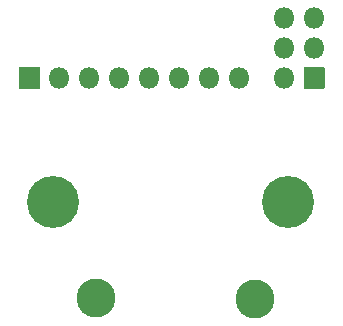
<source format=gbr>
G04 #@! TF.GenerationSoftware,KiCad,Pcbnew,(5.1.8)-1*
G04 #@! TF.CreationDate,2021-02-09T21:10:15+01:00*
G04 #@! TF.ProjectId,attnodev2_prog_o,6174746e-6f64-4657-9632-5f70726f675f,rev?*
G04 #@! TF.SameCoordinates,Original*
G04 #@! TF.FileFunction,Soldermask,Bot*
G04 #@! TF.FilePolarity,Negative*
%FSLAX46Y46*%
G04 Gerber Fmt 4.6, Leading zero omitted, Abs format (unit mm)*
G04 Created by KiCad (PCBNEW (5.1.8)-1) date 2021-02-09 21:10:15*
%MOMM*%
%LPD*%
G01*
G04 APERTURE LIST*
%ADD10C,4.402000*%
%ADD11C,3.302000*%
%ADD12O,1.802000X1.802000*%
G04 APERTURE END LIST*
D10*
X79806800Y-75000000D03*
X59893200Y-75000000D03*
D11*
X63525400Y-83108800D03*
X76987400Y-83210400D03*
D12*
X79476600Y-59436000D03*
X82016600Y-59436000D03*
X79476600Y-61976000D03*
X82016600Y-61976000D03*
X79476600Y-64516000D03*
G36*
G01*
X82917600Y-63666000D02*
X82917600Y-65366000D01*
G75*
G02*
X82866600Y-65417000I-51000J0D01*
G01*
X81166600Y-65417000D01*
G75*
G02*
X81115600Y-65366000I0J51000D01*
G01*
X81115600Y-63666000D01*
G75*
G02*
X81166600Y-63615000I51000J0D01*
G01*
X82866600Y-63615000D01*
G75*
G02*
X82917600Y-63666000I0J-51000D01*
G01*
G37*
X75692000Y-64516000D03*
X73152000Y-64516000D03*
X70612000Y-64516000D03*
X68072000Y-64516000D03*
X65532000Y-64516000D03*
X62992000Y-64516000D03*
X60452000Y-64516000D03*
G36*
G01*
X58762000Y-65417000D02*
X57062000Y-65417000D01*
G75*
G02*
X57011000Y-65366000I0J51000D01*
G01*
X57011000Y-63666000D01*
G75*
G02*
X57062000Y-63615000I51000J0D01*
G01*
X58762000Y-63615000D01*
G75*
G02*
X58813000Y-63666000I0J-51000D01*
G01*
X58813000Y-65366000D01*
G75*
G02*
X58762000Y-65417000I-51000J0D01*
G01*
G37*
M02*

</source>
